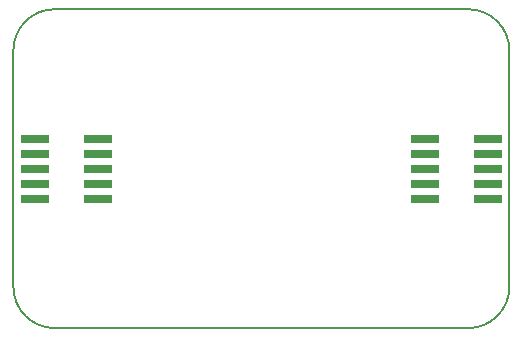
<source format=gtp>
G04 #@! TF.FileFunction,Paste,Top*
%FSLAX46Y46*%
G04 Gerber Fmt 4.6, Leading zero omitted, Abs format (unit mm)*
G04 Created by KiCad (PCBNEW 4.0.2-stable) date 18/05/2016 22:29:57*
%MOMM*%
G01*
G04 APERTURE LIST*
%ADD10C,0.100000*%
%ADD11C,0.150000*%
%ADD12R,2.400000X0.760000*%
G04 APERTURE END LIST*
D10*
D11*
X1500000Y5000000D02*
G75*
G03X5000000Y1500000I3500000J0D01*
G01*
X1500000Y5000000D02*
X1500000Y25000000D01*
X40000000Y1500000D02*
X5000000Y1500000D01*
X43500000Y25000000D02*
X43500000Y5000000D01*
X5000000Y28500000D02*
X40000000Y28500000D01*
X43500000Y25000000D02*
G75*
G03X40000000Y28500000I-3500000J0D01*
G01*
X40000000Y1500000D02*
G75*
G03X43500000Y5000000I0J3500000D01*
G01*
X5000000Y28500000D02*
G75*
G03X1500000Y25000000I0J-3500000D01*
G01*
D12*
X36340000Y16270000D03*
X41660000Y16270000D03*
X36340000Y15000000D03*
X41660000Y15000000D03*
X41660000Y12460000D03*
X36340000Y12460000D03*
X41660000Y13730000D03*
X36340000Y13730000D03*
X36340000Y17540000D03*
X41660000Y17540000D03*
X3340000Y16270000D03*
X8660000Y16270000D03*
X3340000Y15000000D03*
X8660000Y15000000D03*
X8660000Y12460000D03*
X3340000Y12460000D03*
X8660000Y13730000D03*
X3340000Y13730000D03*
X3340000Y17540000D03*
X8660000Y17540000D03*
M02*

</source>
